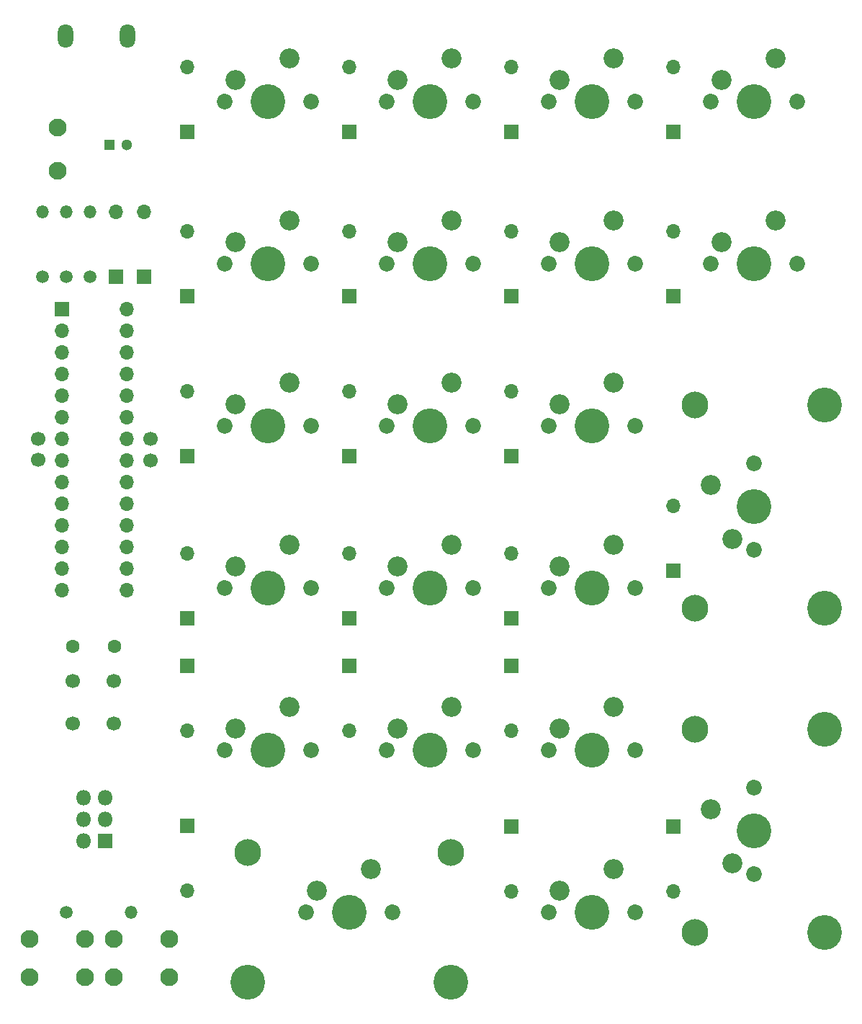
<source format=gbr>
%TF.GenerationSoftware,KiCad,Pcbnew,(5.1.6)-1*%
%TF.CreationDate,2020-06-15T22:18:44+02:00*%
%TF.ProjectId,numpad,6e756d70-6164-42e6-9b69-6361645f7063,rev?*%
%TF.SameCoordinates,Original*%
%TF.FileFunction,Soldermask,Top*%
%TF.FilePolarity,Negative*%
%FSLAX46Y46*%
G04 Gerber Fmt 4.6, Leading zero omitted, Abs format (unit mm)*
G04 Created by KiCad (PCBNEW (5.1.6)-1) date 2020-06-15 22:18:44*
%MOMM*%
%LPD*%
G01*
G04 APERTURE LIST*
%ADD10O,1.800000X1.800000*%
%ADD11R,1.800000X1.800000*%
%ADD12O,1.700000X1.700000*%
%ADD13R,1.700000X1.700000*%
%ADD14C,2.350000*%
%ADD15C,4.087800*%
%ADD16C,1.850000*%
%ADD17C,3.148000*%
%ADD18C,1.600000*%
%ADD19O,1.800000X2.800000*%
%ADD20C,2.100000*%
%ADD21O,1.500000X1.500000*%
%ADD22C,1.500000*%
%ADD23C,1.700000*%
%ADD24C,1.300000*%
%ADD25R,1.300000X1.300000*%
G04 APERTURE END LIST*
D10*
%TO.C,J2*%
X89662000Y-134366000D03*
X92202000Y-134366000D03*
X89662000Y-136906000D03*
X92202000Y-136906000D03*
X89662000Y-139446000D03*
D11*
X92202000Y-139446000D03*
%TD*%
D12*
%TO.C,D19*%
X120904000Y-126492000D03*
D13*
X120904000Y-118872000D03*
%TD*%
D14*
%TO.C,MX16*%
X113919000Y-123698000D03*
D15*
X111379000Y-128778000D03*
D14*
X107569000Y-126238000D03*
D16*
X106299000Y-128778000D03*
X116459000Y-128778000D03*
%TD*%
D14*
%TO.C,MX20*%
X152019000Y-142748000D03*
D15*
X149479000Y-147828000D03*
D14*
X145669000Y-145288000D03*
D16*
X144399000Y-147828000D03*
X154559000Y-147828000D03*
%TD*%
D14*
%TO.C,MX19*%
X123444000Y-142748000D03*
D15*
X120904000Y-147828000D03*
D14*
X117094000Y-145288000D03*
D16*
X115824000Y-147828000D03*
X125984000Y-147828000D03*
D17*
X108997750Y-140843000D03*
X132810250Y-140843000D03*
D15*
X108997750Y-156083000D03*
X132810250Y-156083000D03*
%TD*%
D14*
%TO.C,MX18*%
X152019000Y-123698000D03*
D15*
X149479000Y-128778000D03*
D14*
X145669000Y-126238000D03*
D16*
X144399000Y-128778000D03*
X154559000Y-128778000D03*
%TD*%
D14*
%TO.C,MX21*%
X163449000Y-135763000D03*
D15*
X168529000Y-138303000D03*
D14*
X165989000Y-142113000D03*
D16*
X168529000Y-143383000D03*
X168529000Y-133223000D03*
D17*
X161544000Y-150209250D03*
X161544000Y-126396750D03*
D15*
X176784000Y-150209250D03*
X176784000Y-126396750D03*
%TD*%
D14*
%TO.C,MX15*%
X163449000Y-97663000D03*
D15*
X168529000Y-100203000D03*
D14*
X165989000Y-104013000D03*
D16*
X168529000Y-105283000D03*
X168529000Y-95123000D03*
D17*
X161544000Y-112109250D03*
X161544000Y-88296750D03*
D15*
X176784000Y-112109250D03*
X176784000Y-88296750D03*
%TD*%
D12*
%TO.C,D23*%
X159004000Y-145415000D03*
D13*
X159004000Y-137795000D03*
%TD*%
D12*
%TO.C,D22*%
X139954000Y-145415000D03*
D13*
X139954000Y-137795000D03*
%TD*%
D12*
%TO.C,D21*%
X101854000Y-145288000D03*
D13*
X101854000Y-137668000D03*
%TD*%
D12*
%TO.C,D17*%
X159004000Y-100076000D03*
D13*
X159004000Y-107696000D03*
%TD*%
D12*
%TO.C,MCU1*%
X94742000Y-76962000D03*
X87122000Y-109982000D03*
X94742000Y-79502000D03*
X87122000Y-107442000D03*
X94742000Y-82042000D03*
X87122000Y-104902000D03*
X94742000Y-84582000D03*
X87122000Y-102362000D03*
X94742000Y-87122000D03*
X87122000Y-99822000D03*
X94742000Y-89662000D03*
X87122000Y-97282000D03*
X94742000Y-92202000D03*
X87122000Y-94742000D03*
X94742000Y-94742000D03*
X87122000Y-92202000D03*
X94742000Y-97282000D03*
X87122000Y-89662000D03*
X94742000Y-99822000D03*
X87122000Y-87122000D03*
X94742000Y-102362000D03*
X87122000Y-84582000D03*
X94742000Y-104902000D03*
X87122000Y-82042000D03*
X94742000Y-107442000D03*
X87122000Y-79502000D03*
X94742000Y-109982000D03*
D13*
X87122000Y-76962000D03*
%TD*%
D14*
%TO.C,MX5*%
X113919000Y-66548000D03*
D15*
X111379000Y-71628000D03*
D14*
X107569000Y-69088000D03*
D16*
X106299000Y-71628000D03*
X116459000Y-71628000D03*
%TD*%
D14*
%TO.C,MX17*%
X132969000Y-123698000D03*
D15*
X130429000Y-128778000D03*
D14*
X126619000Y-126238000D03*
D16*
X125349000Y-128778000D03*
X135509000Y-128778000D03*
%TD*%
D14*
%TO.C,MX14*%
X152019000Y-104648000D03*
D15*
X149479000Y-109728000D03*
D14*
X145669000Y-107188000D03*
D16*
X144399000Y-109728000D03*
X154559000Y-109728000D03*
%TD*%
D14*
%TO.C,MX13*%
X132969000Y-104648000D03*
D15*
X130429000Y-109728000D03*
D14*
X126619000Y-107188000D03*
D16*
X125349000Y-109728000D03*
X135509000Y-109728000D03*
%TD*%
D14*
%TO.C,MX12*%
X113919000Y-104648000D03*
D15*
X111379000Y-109728000D03*
D14*
X107569000Y-107188000D03*
D16*
X106299000Y-109728000D03*
X116459000Y-109728000D03*
%TD*%
D14*
%TO.C,MX11*%
X152019000Y-85598000D03*
D15*
X149479000Y-90678000D03*
D14*
X145669000Y-88138000D03*
D16*
X144399000Y-90678000D03*
X154559000Y-90678000D03*
%TD*%
D14*
%TO.C,MX10*%
X132969000Y-85598000D03*
D15*
X130429000Y-90678000D03*
D14*
X126619000Y-88138000D03*
D16*
X125349000Y-90678000D03*
X135509000Y-90678000D03*
%TD*%
D14*
%TO.C,MX9*%
X113919000Y-85598000D03*
D15*
X111379000Y-90678000D03*
D14*
X107569000Y-88138000D03*
D16*
X106299000Y-90678000D03*
X116459000Y-90678000D03*
%TD*%
D14*
%TO.C,MX8*%
X171069000Y-66548000D03*
D15*
X168529000Y-71628000D03*
D14*
X164719000Y-69088000D03*
D16*
X163449000Y-71628000D03*
X173609000Y-71628000D03*
%TD*%
D14*
%TO.C,MX7*%
X152019000Y-66548000D03*
D15*
X149479000Y-71628000D03*
D14*
X145669000Y-69088000D03*
D16*
X144399000Y-71628000D03*
X154559000Y-71628000D03*
%TD*%
D14*
%TO.C,MX6*%
X132969000Y-66548000D03*
D15*
X130429000Y-71628000D03*
D14*
X126619000Y-69088000D03*
D16*
X125349000Y-71628000D03*
X135509000Y-71628000D03*
%TD*%
D14*
%TO.C,MX4*%
X171069000Y-47498000D03*
D15*
X168529000Y-52578000D03*
D14*
X164719000Y-50038000D03*
D16*
X163449000Y-52578000D03*
X173609000Y-52578000D03*
%TD*%
D14*
%TO.C,MX3*%
X152019000Y-47498000D03*
D15*
X149479000Y-52578000D03*
D14*
X145669000Y-50038000D03*
D16*
X144399000Y-52578000D03*
X154559000Y-52578000D03*
%TD*%
D14*
%TO.C,MX2*%
X132969000Y-47498000D03*
D15*
X130429000Y-52578000D03*
D14*
X126619000Y-50038000D03*
D16*
X125349000Y-52578000D03*
X135509000Y-52578000D03*
%TD*%
D14*
%TO.C,MX1*%
X113919000Y-47498000D03*
D15*
X111379000Y-52578000D03*
D14*
X107569000Y-50038000D03*
D16*
X106299000Y-52578000D03*
X116459000Y-52578000D03*
%TD*%
D18*
%TO.C,XTAL1*%
X93272000Y-116586000D03*
X88392000Y-116586000D03*
%TD*%
D19*
%TO.C,USB1*%
X94836000Y-44930000D03*
X87536000Y-44930000D03*
%TD*%
D20*
%TO.C,BOOT*%
X99718000Y-151003000D03*
X99718000Y-155503000D03*
X93218000Y-151003000D03*
X93218000Y-155503000D03*
%TD*%
%TO.C,RESET*%
X89812000Y-151003000D03*
X89812000Y-155503000D03*
X83312000Y-151003000D03*
X83312000Y-155503000D03*
%TD*%
D21*
%TO.C,R4*%
X95250000Y-147828000D03*
D22*
X87630000Y-147828000D03*
%TD*%
D21*
%TO.C,R3*%
X90424000Y-65532000D03*
D22*
X90424000Y-73152000D03*
%TD*%
D21*
%TO.C,R2*%
X87630000Y-65532000D03*
D22*
X87630000Y-73152000D03*
%TD*%
D21*
%TO.C,R1*%
X84836000Y-65532000D03*
D22*
X84836000Y-73152000D03*
%TD*%
D20*
%TO.C,F1*%
X86624000Y-55626000D03*
X86614000Y-60706000D03*
%TD*%
D12*
%TO.C,D20*%
X139954000Y-126492000D03*
D13*
X139954000Y-118872000D03*
%TD*%
D12*
%TO.C,D18*%
X101854000Y-126492000D03*
D13*
X101854000Y-118872000D03*
%TD*%
D12*
%TO.C,D16*%
X139954000Y-105664000D03*
D13*
X139954000Y-113284000D03*
%TD*%
D12*
%TO.C,D15*%
X120904000Y-105664000D03*
D13*
X120904000Y-113284000D03*
%TD*%
D12*
%TO.C,D14*%
X101854000Y-105664000D03*
D13*
X101854000Y-113284000D03*
%TD*%
D12*
%TO.C,D13*%
X139954000Y-86614000D03*
D13*
X139954000Y-94234000D03*
%TD*%
D12*
%TO.C,D12*%
X120904000Y-86614000D03*
D13*
X120904000Y-94234000D03*
%TD*%
D12*
%TO.C,D11*%
X101854000Y-86614000D03*
D13*
X101854000Y-94234000D03*
%TD*%
D12*
%TO.C,D10*%
X159004000Y-67818000D03*
D13*
X159004000Y-75438000D03*
%TD*%
D12*
%TO.C,D9*%
X139954000Y-67818000D03*
D13*
X139954000Y-75438000D03*
%TD*%
D12*
%TO.C,D8*%
X120904000Y-67818000D03*
D13*
X120904000Y-75438000D03*
%TD*%
D12*
%TO.C,D7*%
X101854000Y-67818000D03*
D13*
X101854000Y-75438000D03*
%TD*%
D12*
%TO.C,D6*%
X159004000Y-48514000D03*
D13*
X159004000Y-56134000D03*
%TD*%
D12*
%TO.C,D5*%
X139954000Y-48514000D03*
D13*
X139954000Y-56134000D03*
%TD*%
D12*
%TO.C,D4*%
X120904000Y-48514000D03*
D13*
X120904000Y-56134000D03*
%TD*%
D12*
%TO.C,D3*%
X101854000Y-48514000D03*
D13*
X101854000Y-56134000D03*
%TD*%
D12*
%TO.C,D2*%
X93472000Y-65532000D03*
D13*
X93472000Y-73152000D03*
%TD*%
D12*
%TO.C,D1*%
X96774000Y-65532000D03*
D13*
X96774000Y-73152000D03*
%TD*%
D23*
%TO.C,C5*%
X88392000Y-125650000D03*
X88392000Y-120650000D03*
%TD*%
%TO.C,C4*%
X93218000Y-125650000D03*
X93218000Y-120650000D03*
%TD*%
%TO.C,C3*%
X97536000Y-92242000D03*
X97536000Y-94742000D03*
%TD*%
%TO.C,C2*%
X84328000Y-94702000D03*
X84328000Y-92202000D03*
%TD*%
D24*
%TO.C,C1*%
X94710000Y-57658000D03*
D25*
X92710000Y-57658000D03*
%TD*%
M02*

</source>
